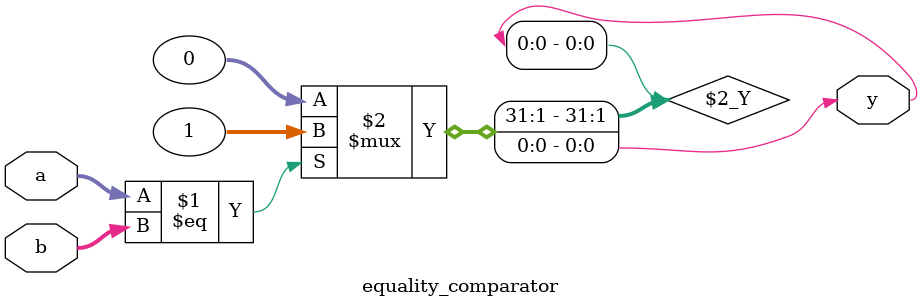
<source format=v>
module equality_comparator(
    input [3:0]a,
    input [3:0]b,
    output y
);

    assign y = (a == b) ? 1 : 0;

endmodule
</source>
